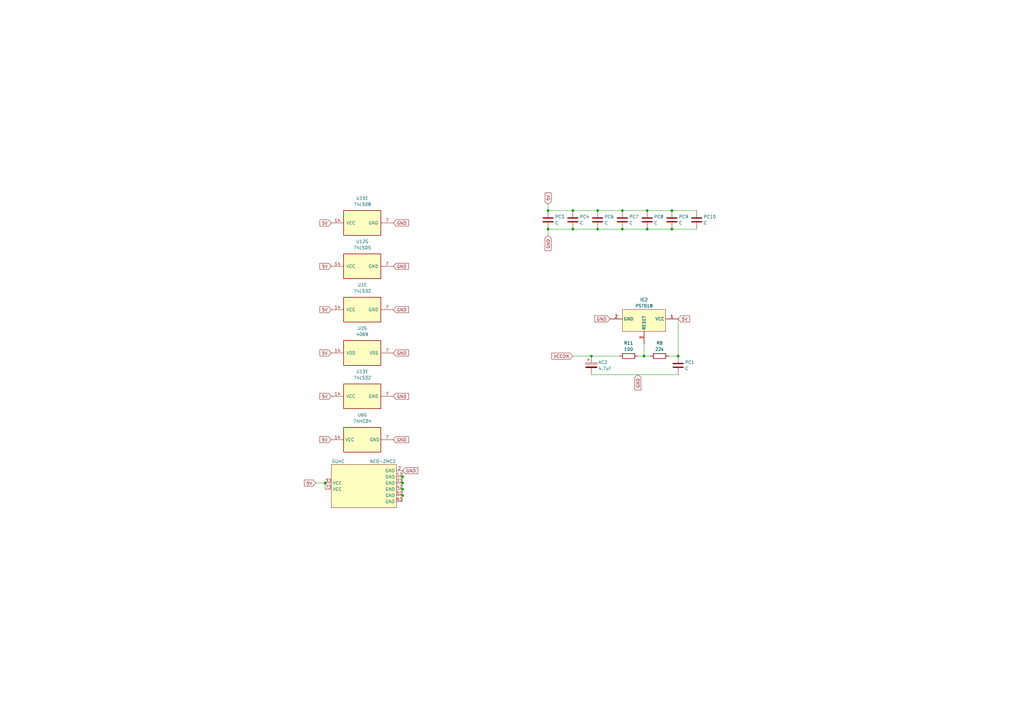
<source format=kicad_sch>
(kicad_sch (version 20250114) (generator "eeschema") (generator_version "9.0")
  (paper "A3")
  (title_block (title "NEO-MVH MV1FZS") (date "2025-10-13") (comment 1 "Not official schematic from SNK") (comment 2 "Use at your own discretion"))
  (lib_symbols
    (symbol "4xxx:4069" (pin_names (offset 1.016))
      (property "Reference" "U" (at 0 1.27 0))
      (property "Value" "4069" (at 0 -1.27 0))
      (symbol "4069_1_0"
        (polyline (pts (xy -3.81 3.81) (xy -3.81 -3.81) (xy 3.81 0) (xy -3.81 3.81)) (stroke (width 0.254)) (fill (type background)))
        (pin input line (at -7.62 0 0) (length 3.81) (name "~") (number "1"))
        (pin output inverted (at 7.62 0 180) (length 3.81) (name "~") (number "2"))
      )
      (symbol "4069_2_0"
        (polyline (pts (xy -3.81 3.81) (xy -3.81 -3.81) (xy 3.81 0) (xy -3.81 3.81)) (stroke (width 0.254)) (fill (type background)))
        (pin input line (at -7.62 0 0) (length 3.81) (name "~") (number "3"))
        (pin output inverted (at 7.62 0 180) (length 3.81) (name "~") (number "4"))
      )
      (symbol "4069_3_0"
        (polyline (pts (xy -3.81 3.81) (xy -3.81 -3.81) (xy 3.81 0) (xy -3.81 3.81)) (stroke (width 0.254)) (fill (type background)))
        (pin input line (at -7.62 0 0) (length 3.81) (name "~") (number "5"))
        (pin output inverted (at 7.62 0 180) (length 3.81) (name "~") (number "6"))
      )
      (symbol "4069_4_0"
        (polyline (pts (xy -3.81 3.81) (xy -3.81 -3.81) (xy 3.81 0) (xy -3.81 3.81)) (stroke (width 0.254)) (fill (type background)))
        (pin input line (at -7.62 0 0) (length 3.81) (name "~") (number "9"))
        (pin output inverted (at 7.62 0 180) (length 3.81) (name "~") (number "8"))
      )
      (symbol "4069_5_0"
        (polyline (pts (xy -3.81 3.81) (xy -3.81 -3.81) (xy 3.81 0) (xy -3.81 3.81)) (stroke (width 0.254)) (fill (type background)))
        (pin input line (at -7.62 0 0) (length 3.81) (name "~") (number "11"))
        (pin output inverted (at 7.62 0 180) (length 3.81) (name "~") (number "10"))
      )
      (symbol "4069_6_0"
        (polyline (pts (xy -3.81 3.81) (xy -3.81 -3.81) (xy 3.81 0) (xy -3.81 3.81)) (stroke (width 0.254)) (fill (type background)))
        (pin input line (at -7.62 0 0) (length 3.81) (name "~") (number "13"))
        (pin output inverted (at 7.62 0 180) (length 3.81) (name "~") (number "12"))
      )
      (symbol "4069_7_0"
        (pin power_in line (at 0 12.7 270) (length 5.08) (name "VDD") (number "14"))
        (pin power_in line (at 0 -12.7 90) (length 5.08) (name "VSS") (number "7"))
      )
      (symbol "4069_7_1"
        (rectangle (start -5.08 7.62) (end 5.08 -7.62) (stroke (width 0.254)) (fill (type background)))
      )
    )
    (symbol "74xx:74HC04"
      (property "Reference" "U" (at 0 1.27 0))
      (property "Value" "74HC04" (at 0 -1.27 0))
      (symbol "74HC04_1_0"
        (polyline (pts (xy -3.81 3.81) (xy -3.81 -3.81) (xy 3.81 0) (xy -3.81 3.81)) (stroke (width 0.254)) (fill (type background)))
        (pin input line (at -7.62 0 0) (length 3.81) (name "~") (number "1"))
        (pin output inverted (at 7.62 0 180) (length 3.81) (name "~") (number "2"))
      )
      (symbol "74HC04_2_0"
        (polyline (pts (xy -3.81 3.81) (xy -3.81 -3.81) (xy 3.81 0) (xy -3.81 3.81)) (stroke (width 0.254)) (fill (type background)))
        (pin input line (at -7.62 0 0) (length 3.81) (name "~") (number "3"))
        (pin output inverted (at 7.62 0 180) (length 3.81) (name "~") (number "4"))
      )
      (symbol "74HC04_3_0"
        (polyline (pts (xy -3.81 3.81) (xy -3.81 -3.81) (xy 3.81 0) (xy -3.81 3.81)) (stroke (width 0.254)) (fill (type background)))
        (pin input line (at -7.62 0 0) (length 3.81) (name "~") (number "5"))
        (pin output inverted (at 7.62 0 180) (length 3.81) (name "~") (number "6"))
      )
      (symbol "74HC04_4_0"
        (polyline (pts (xy -3.81 3.81) (xy -3.81 -3.81) (xy 3.81 0) (xy -3.81 3.81)) (stroke (width 0.254)) (fill (type background)))
        (pin input line (at -7.62 0 0) (length 3.81) (name "~") (number "9"))
        (pin output inverted (at 7.62 0 180) (length 3.81) (name "~") (number "8"))
      )
      (symbol "74HC04_5_0"
        (polyline (pts (xy -3.81 3.81) (xy -3.81 -3.81) (xy 3.81 0) (xy -3.81 3.81)) (stroke (width 0.254)) (fill (type background)))
        (pin input line (at -7.62 0 0) (length 3.81) (name "~") (number "11"))
        (pin output inverted (at 7.62 0 180) (length 3.81) (name "~") (number "10"))
      )
      (symbol "74HC04_6_0"
        (polyline (pts (xy -3.81 3.81) (xy -3.81 -3.81) (xy 3.81 0) (xy -3.81 3.81)) (stroke (width 0.254)) (fill (type background)))
        (pin input line (at -7.62 0 0) (length 3.81) (name "~") (number "13"))
        (pin output inverted (at 7.62 0 180) (length 3.81) (name "~") (number "12"))
      )
      (symbol "74HC04_7_0"
        (pin power_in line (at 0 12.7 270) (length 5.08) (name "VCC") (number "14"))
        (pin power_in line (at 0 -12.7 90) (length 5.08) (name "GND") (number "7"))
      )
      (symbol "74HC04_7_1"
        (rectangle (start -5.08 7.62) (end 5.08 -7.62) (stroke (width 0.254)) (fill (type background)))
      )
    )
    (symbol "74xx:74LS05" (pin_names (offset 1.016))
      (property "Reference" "U" (at 0 1.27 0))
      (property "Value" "74LS05" (at 0 -1.27 0))
      (symbol "74LS05_1_0"
        (polyline (pts (xy -3.81 3.81) (xy -3.81 -3.81) (xy 3.81 0) (xy -3.81 3.81)) (stroke (width 0.254)) (fill (type background)))
        (pin input line (at -7.62 0 0) (length 3.81) (name "~") (number "1"))
        (pin open_collector inverted (at 7.62 0 180) (length 3.81) (name "~") (number "2"))
      )
      (symbol "74LS05_2_0"
        (polyline (pts (xy -3.81 3.81) (xy -3.81 -3.81) (xy 3.81 0) (xy -3.81 3.81)) (stroke (width 0.254)) (fill (type background)))
        (pin input line (at -7.62 0 0) (length 3.81) (name "~") (number "3"))
        (pin open_collector inverted (at 7.62 0 180) (length 3.81) (name "~") (number "4"))
      )
      (symbol "74LS05_3_0"
        (polyline (pts (xy -3.81 3.81) (xy -3.81 -3.81) (xy 3.81 0) (xy -3.81 3.81)) (stroke (width 0.254)) (fill (type background)))
        (pin input line (at -7.62 0 0) (length 3.81) (name "~") (number "5"))
        (pin open_collector inverted (at 7.62 0 180) (length 3.81) (name "~") (number "6"))
      )
      (symbol "74LS05_4_0"
        (polyline (pts (xy -3.81 3.81) (xy -3.81 -3.81) (xy 3.81 0) (xy -3.81 3.81)) (stroke (width 0.254)) (fill (type background)))
        (pin input line (at -7.62 0 0) (length 3.81) (name "~") (number "9"))
        (pin open_collector inverted (at 7.62 0 180) (length 3.81) (name "~") (number "8"))
      )
      (symbol "74LS05_5_0"
        (polyline (pts (xy -3.81 3.81) (xy -3.81 -3.81) (xy 3.81 0) (xy -3.81 3.81)) (stroke (width 0.254)) (fill (type background)))
        (pin input line (at -7.62 0 0) (length 3.81) (name "~") (number "11"))
        (pin open_collector inverted (at 7.62 0 180) (length 3.81) (name "~") (number "10"))
      )
      (symbol "74LS05_6_0"
        (polyline (pts (xy -3.81 3.81) (xy -3.81 -3.81) (xy 3.81 0) (xy -3.81 3.81)) (stroke (width 0.254)) (fill (type background)))
        (pin input line (at -7.62 0 0) (length 3.81) (name "~") (number "13"))
        (pin open_collector inverted (at 7.62 0 180) (length 3.81) (name "~") (number "12"))
      )
      (symbol "74LS05_7_0"
        (pin power_in line (at 0 12.7 270) (length 5.08) (name "VCC") (number "14"))
        (pin power_in line (at 0 -12.7 90) (length 5.08) (name "GND") (number "7"))
      )
      (symbol "74LS05_7_1"
        (rectangle (start -5.08 7.62) (end 5.08 -7.62) (stroke (width 0.254)) (fill (type background)))
      )
    )
    (symbol "74xx:74LS08" (pin_names (offset 1.016))
      (property "Reference" "U" (at 0 1.27 0))
      (property "Value" "74LS08" (at 0 -1.27 0))
      (symbol "74LS08_1_1"
        (arc (start 0 3.81) (mid 3.7934 0) (end 0 -3.81) (stroke (width 0.254)) (fill (type background)))
        (polyline (pts (xy 0 3.81) (xy -3.81 3.81) (xy -3.81 -3.81) (xy 0 -3.81)) (stroke (width 0.254)) (fill (type background)))
        (pin input line (at -7.62 2.54 0) (length 3.81) (name "~") (number "1"))
        (pin input line (at -7.62 -2.54 0) (length 3.81) (name "~") (number "2"))
        (pin output line (at 7.62 0 180) (length 3.81) (name "~") (number "3"))
      )
      (symbol "74LS08_1_2"
        (arc (start -3.81 3.81) (mid -2.589 0) (end -3.81 -3.81) (stroke (width 0.254)))
        (polyline (pts (xy -3.81 3.81) (xy -0.635 3.81)) (stroke (width 0.254)) (fill (type background)))
        (polyline (pts (xy -3.81 -3.81) (xy -0.635 -3.81)) (stroke (width 0.254)) (fill (type background)))
        (arc (start 3.81 0) (mid 2.1855 -2.584) (end -0.6096 -3.81) (stroke (width 0.254)) (fill (type background)))
        (arc (start -0.6096 3.81) (mid 2.1928 2.5924) (end 3.81 0) (stroke (width 0.254)) (fill (type background)))
        (polyline (pts (xy -0.635 3.81) (xy -3.81 3.81) (xy -3.81 3.81) (xy -3.556 3.4036) (xy -3.0226 2.2606) (xy -2.6924 1.0414) (xy -2.6162 -0.254) (xy -2.7686 -1.4986) (xy -3.175 -2.7178) (xy -3.81 -3.81) (xy -3.81 -3.81) (xy -0.635 -3.81)) (stroke (width -25.4)) (fill (type background)))
        (pin input inverted (at -7.62 2.54 0) (length 4.318) (name "~") (number "1"))
        (pin input inverted (at -7.62 -2.54 0) (length 4.318) (name "~") (number "2"))
        (pin output inverted (at 7.62 0 180) (length 3.81) (name "~") (number "3"))
      )
      (symbol "74LS08_2_1"
        (arc (start 0 3.81) (mid 3.7934 0) (end 0 -3.81) (stroke (width 0.254)) (fill (type background)))
        (polyline (pts (xy 0 3.81) (xy -3.81 3.81) (xy -3.81 -3.81) (xy 0 -3.81)) (stroke (width 0.254)) (fill (type background)))
        (pin input line (at -7.62 2.54 0) (length 3.81) (name "~") (number "4"))
        (pin input line (at -7.62 -2.54 0) (length 3.81) (name "~") (number "5"))
        (pin output line (at 7.62 0 180) (length 3.81) (name "~") (number "6"))
      )
      (symbol "74LS08_2_2"
        (arc (start -3.81 3.81) (mid -2.589 0) (end -3.81 -3.81) (stroke (width 0.254)))
        (polyline (pts (xy -3.81 3.81) (xy -0.635 3.81)) (stroke (width 0.254)) (fill (type background)))
        (polyline (pts (xy -3.81 -3.81) (xy -0.635 -3.81)) (stroke (width 0.254)) (fill (type background)))
        (arc (start 3.81 0) (mid 2.1855 -2.584) (end -0.6096 -3.81) (stroke (width 0.254)) (fill (type background)))
        (arc (start -0.6096 3.81) (mid 2.1928 2.5924) (end 3.81 0) (stroke (width 0.254)) (fill (type background)))
        (polyline (pts (xy -0.635 3.81) (xy -3.81 3.81) (xy -3.81 3.81) (xy -3.556 3.4036) (xy -3.0226 2.2606) (xy -2.6924 1.0414) (xy -2.6162 -0.254) (xy -2.7686 -1.4986) (xy -3.175 -2.7178) (xy -3.81 -3.81) (xy -3.81 -3.81) (xy -0.635 -3.81)) (stroke (width -25.4)) (fill (type background)))
        (pin input inverted (at -7.62 2.54 0) (length 4.318) (name "~") (number "4"))
        (pin input inverted (at -7.62 -2.54 0) (length 4.318) (name "~") (number "5"))
        (pin output inverted (at 7.62 0 180) (length 3.81) (name "~") (number "6"))
      )
      (symbol "74LS08_3_1"
        (arc (start 0 3.81) (mid 3.7934 0) (end 0 -3.81) (stroke (width 0.254)) (fill (type background)))
        (polyline (pts (xy 0 3.81) (xy -3.81 3.81) (xy -3.81 -3.81) (xy 0 -3.81)) (stroke (width 0.254)) (fill (type background)))
        (pin input line (at -7.62 2.54 0) (length 3.81) (name "~") (number "9"))
        (pin input line (at -7.62 -2.54 0) (length 3.81) (name "~") (number "10"))
        (pin output line (at 7.62 0 180) (length 3.81) (name "~") (number "8"))
      )
      (symbol "74LS08_3_2"
        (arc (start -3.81 3.81) (mid -2.589 0) (end -3.81 -3.81) (stroke (width 0.254)))
        (polyline (pts (xy -3.81 3.81) (xy -0.635 3.81)) (stroke (width 0.254)) (fill (type background)))
        (polyline (pts (xy -3.81 -3.81) (xy -0.635 -3.81)) (stroke (width 0.254)) (fill (type background)))
        (arc (start 3.81 0) (mid 2.1855 -2.584) (end -0.6096 -3.81) (stroke (width 0.254)) (fill (type background)))
        (arc (start -0.6096 3.81) (mid 2.1928 2.5924) (end 3.81 0) (stroke (width 0.254)) (fill (type background)))
        (polyline (pts (xy -0.635 3.81) (xy -3.81 3.81) (xy -3.81 3.81) (xy -3.556 3.4036) (xy -3.0226 2.2606) (xy -2.6924 1.0414) (xy -2.6162 -0.254) (xy -2.7686 -1.4986) (xy -3.175 -2.7178) (xy -3.81 -3.81) (xy -3.81 -3.81) (xy -0.635 -3.81)) (stroke (width -25.4)) (fill (type background)))
        (pin input inverted (at -7.62 2.54 0) (length 4.318) (name "~") (number "9"))
        (pin input inverted (at -7.62 -2.54 0) (length 4.318) (name "~") (number "10"))
        (pin output inverted (at 7.62 0 180) (length 3.81) (name "~") (number "8"))
      )
      (symbol "74LS08_4_1"
        (arc (start 0 3.81) (mid 3.7934 0) (end 0 -3.81) (stroke (width 0.254)) (fill (type background)))
        (polyline (pts (xy 0 3.81) (xy -3.81 3.81) (xy -3.81 -3.81) (xy 0 -3.81)) (stroke (width 0.254)) (fill (type background)))
        (pin input line (at -7.62 2.54 0) (length 3.81) (name "~") (number "12"))
        (pin input line (at -7.62 -2.54 0) (length 3.81) (name "~") (number "13"))
        (pin output line (at 7.62 0 180) (length 3.81) (name "~") (number "11"))
      )
      (symbol "74LS08_4_2"
        (arc (start -3.81 3.81) (mid -2.589 0) (end -3.81 -3.81) (stroke (width 0.254)))
        (polyline (pts (xy -3.81 3.81) (xy -0.635 3.81)) (stroke (width 0.254)) (fill (type background)))
        (polyline (pts (xy -3.81 -3.81) (xy -0.635 -3.81)) (stroke (width 0.254)) (fill (type background)))
        (arc (start 3.81 0) (mid 2.1855 -2.584) (end -0.6096 -3.81) (stroke (width 0.254)) (fill (type background)))
        (arc (start -0.6096 3.81) (mid 2.1928 2.5924) (end 3.81 0) (stroke (width 0.254)) (fill (type background)))
        (polyline (pts (xy -0.635 3.81) (xy -3.81 3.81) (xy -3.81 3.81) (xy -3.556 3.4036) (xy -3.0226 2.2606) (xy -2.6924 1.0414) (xy -2.6162 -0.254) (xy -2.7686 -1.4986) (xy -3.175 -2.7178) (xy -3.81 -3.81) (xy -3.81 -3.81) (xy -0.635 -3.81)) (stroke (width -25.4)) (fill (type background)))
        (pin input inverted (at -7.62 2.54 0) (length 4.318) (name "~") (number "12"))
        (pin input inverted (at -7.62 -2.54 0) (length 4.318) (name "~") (number "13"))
        (pin output inverted (at 7.62 0 180) (length 3.81) (name "~") (number "11"))
      )
      (symbol "74LS08_5_0"
        (pin power_in line (at 0 12.7 270) (length 5.08) (name "VCC") (number "14"))
        (pin power_in line (at 0 -12.7 90) (length 5.08) (name "GND") (number "7"))
      )
      (symbol "74LS08_5_1"
        (rectangle (start -5.08 7.62) (end 5.08 -7.62) (stroke (width 0.254)) (fill (type background)))
      )
    )
    (symbol "74xx:74LS32" (pin_names (offset 1.016))
      (property "Reference" "U" (at 0 1.27 0))
      (property "Value" "74LS32" (at 0 -1.27 0))
      (symbol "74LS32_1_1"
        (arc (start -3.81 3.81) (mid -2.589 0) (end -3.81 -3.81) (stroke (width 0.254)))
        (polyline (pts (xy -3.81 3.81) (xy -0.635 3.81)) (stroke (width 0.254)) (fill (type background)))
        (polyline (pts (xy -3.81 -3.81) (xy -0.635 -3.81)) (stroke (width 0.254)) (fill (type background)))
        (arc (start 3.81 0) (mid 2.1855 -2.584) (end -0.6096 -3.81) (stroke (width 0.254)) (fill (type background)))
        (arc (start -0.6096 3.81) (mid 2.1928 2.5924) (end 3.81 0) (stroke (width 0.254)) (fill (type background)))
        (polyline (pts (xy -0.635 3.81) (xy -3.81 3.81) (xy -3.81 3.81) (xy -3.556 3.4036) (xy -3.0226 2.2606) (xy -2.6924 1.0414) (xy -2.6162 -0.254) (xy -2.7686 -1.4986) (xy -3.175 -2.7178) (xy -3.81 -3.81) (xy -3.81 -3.81) (xy -0.635 -3.81)) (stroke (width -25.4)) (fill (type background)))
        (pin input line (at -7.62 2.54 0) (length 4.318) (name "~") (number "1"))
        (pin input line (at -7.62 -2.54 0) (length 4.318) (name "~") (number "2"))
        (pin output line (at 7.62 0 180) (length 3.81) (name "~") (number "3"))
      )
      (symbol "74LS32_1_2"
        (arc (start 0 3.81) (mid 3.7934 0) (end 0 -3.81) (stroke (width 0.254)) (fill (type background)))
        (polyline (pts (xy 0 3.81) (xy -3.81 3.81) (xy -3.81 -3.81) (xy 0 -3.81)) (stroke (width 0.254)) (fill (type background)))
        (pin input inverted (at -7.62 2.54 0) (length 3.81) (name "~") (number "1"))
        (pin input inverted (at -7.62 -2.54 0) (length 3.81) (name "~") (number "2"))
        (pin output inverted (at 7.62 0 180) (length 3.81) (name "~") (number "3"))
      )
      (symbol "74LS32_2_1"
        (arc (start -3.81 3.81) (mid -2.589 0) (end -3.81 -3.81) (stroke (width 0.254)))
        (polyline (pts (xy -3.81 3.81) (xy -0.635 3.81)) (stroke (width 0.254)) (fill (type background)))
        (polyline (pts (xy -3.81 -3.81) (xy -0.635 -3.81)) (stroke (width 0.254)) (fill (type background)))
        (arc (start 3.81 0) (mid 2.1855 -2.584) (end -0.6096 -3.81) (stroke (width 0.254)) (fill (type background)))
        (arc (start -0.6096 3.81) (mid 2.1928 2.5924) (end 3.81 0) (stroke (width 0.254)) (fill (type background)))
        (polyline (pts (xy -0.635 3.81) (xy -3.81 3.81) (xy -3.81 3.81) (xy -3.556 3.4036) (xy -3.0226 2.2606) (xy -2.6924 1.0414) (xy -2.6162 -0.254) (xy -2.7686 -1.4986) (xy -3.175 -2.7178) (xy -3.81 -3.81) (xy -3.81 -3.81) (xy -0.635 -3.81)) (stroke (width -25.4)) (fill (type background)))
        (pin input line (at -7.62 2.54 0) (length 4.318) (name "~") (number "4"))
        (pin input line (at -7.62 -2.54 0) (length 4.318) (name "~") (number "5"))
        (pin output line (at 7.62 0 180) (length 3.81) (name "~") (number "6"))
      )
      (symbol "74LS32_2_2"
        (arc (start 0 3.81) (mid 3.7934 0) (end 0 -3.81) (stroke (width 0.254)) (fill (type background)))
        (polyline (pts (xy 0 3.81) (xy -3.81 3.81) (xy -3.81 -3.81) (xy 0 -3.81)) (stroke (width 0.254)) (fill (type background)))
        (pin input inverted (at -7.62 2.54 0) (length 3.81) (name "~") (number "4"))
        (pin input inverted (at -7.62 -2.54 0) (length 3.81) (name "~") (number "5"))
        (pin output inverted (at 7.62 0 180) (length 3.81) (name "~") (number "6"))
      )
      (symbol "74LS32_3_1"
        (arc (start -3.81 3.81) (mid -2.589 0) (end -3.81 -3.81) (stroke (width 0.254)))
        (polyline (pts (xy -3.81 3.81) (xy -0.635 3.81)) (stroke (width 0.254)) (fill (type background)))
        (polyline (pts (xy -3.81 -3.81) (xy -0.635 -3.81)) (stroke (width 0.254)) (fill (type background)))
        (arc (start 3.81 0) (mid 2.1855 -2.584) (end -0.6096 -3.81) (stroke (width 0.254)) (fill (type background)))
        (arc (start -0.6096 3.81) (mid 2.1928 2.5924) (end 3.81 0) (stroke (width 0.254)) (fill (type background)))
        (polyline (pts (xy -0.635 3.81) (xy -3.81 3.81) (xy -3.81 3.81) (xy -3.556 3.4036) (xy -3.0226 2.2606) (xy -2.6924 1.0414) (xy -2.6162 -0.254) (xy -2.7686 -1.4986) (xy -3.175 -2.7178) (xy -3.81 -3.81) (xy -3.81 -3.81) (xy -0.635 -3.81)) (stroke (width -25.4)) (fill (type background)))
        (pin input line (at -7.62 2.54 0) (length 4.318) (name "~") (number "9"))
        (pin input line (at -7.62 -2.54 0) (length 4.318) (name "~") (number "10"))
        (pin output line (at 7.62 0 180) (length 3.81) (name "~") (number "8"))
      )
      (symbol "74LS32_3_2"
        (arc (start 0 3.81) (mid 3.7934 0) (end 0 -3.81) (stroke (width 0.254)) (fill (type background)))
        (polyline (pts (xy 0 3.81) (xy -3.81 3.81) (xy -3.81 -3.81) (xy 0 -3.81)) (stroke (width 0.254)) (fill (type background)))
        (pin input inverted (at -7.62 2.54 0) (length 3.81) (name "~") (number "9"))
        (pin input inverted (at -7.62 -2.54 0) (length 3.81) (name "~") (number "10"))
        (pin output inverted (at 7.62 0 180) (length 3.81) (name "~") (number "8"))
      )
      (symbol "74LS32_4_1"
        (arc (start -3.81 3.81) (mid -2.589 0) (end -3.81 -3.81) (stroke (width 0.254)))
        (polyline (pts (xy -3.81 3.81) (xy -0.635 3.81)) (stroke (width 0.254)) (fill (type background)))
        (polyline (pts (xy -3.81 -3.81) (xy -0.635 -3.81)) (stroke (width 0.254)) (fill (type background)))
        (arc (start 3.81 0) (mid 2.1855 -2.584) (end -0.6096 -3.81) (stroke (width 0.254)) (fill (type background)))
        (arc (start -0.6096 3.81) (mid 2.1928 2.5924) (end 3.81 0) (stroke (width 0.254)) (fill (type background)))
        (polyline (pts (xy -0.635 3.81) (xy -3.81 3.81) (xy -3.81 3.81) (xy -3.556 3.4036) (xy -3.0226 2.2606) (xy -2.6924 1.0414) (xy -2.6162 -0.254) (xy -2.7686 -1.4986) (xy -3.175 -2.7178) (xy -3.81 -3.81) (xy -3.81 -3.81) (xy -0.635 -3.81)) (stroke (width -25.4)) (fill (type background)))
        (pin input line (at -7.62 2.54 0) (length 4.318) (name "~") (number "12"))
        (pin input line (at -7.62 -2.54 0) (length 4.318) (name "~") (number "13"))
        (pin output line (at 7.62 0 180) (length 3.81) (name "~") (number "11"))
      )
      (symbol "74LS32_4_2"
        (arc (start 0 3.81) (mid 3.7934 0) (end 0 -3.81) (stroke (width 0.254)) (fill (type background)))
        (polyline (pts (xy 0 3.81) (xy -3.81 3.81) (xy -3.81 -3.81) (xy 0 -3.81)) (stroke (width 0.254)) (fill (type background)))
        (pin input inverted (at -7.62 2.54 0) (length 3.81) (name "~") (number "12"))
        (pin input inverted (at -7.62 -2.54 0) (length 3.81) (name "~") (number "13"))
        (pin output inverted (at 7.62 0 180) (length 3.81) (name "~") (number "11"))
      )
      (symbol "74LS32_5_0"
        (pin power_in line (at 0 12.7 270) (length 5.08) (name "VCC") (number "14"))
        (pin power_in line (at 0 -12.7 90) (length 5.08) (name "GND") (number "7"))
      )
      (symbol "74LS32_5_1"
        (rectangle (start -5.08 7.62) (end 5.08 -7.62) (stroke (width 0.254)) (fill (type background)))
      )
    )
    (symbol "Device:C" (pin_numbers (hide yes)) (pin_names (offset 0.254))
      (property "Reference" "C" (at 0.635 2.54 0))
      (property "Value" "C" (at 0.635 -2.54 0))
      (symbol "C_0_1"
        (polyline (pts (xy -2.032 0.762) (xy 2.032 0.762)) (stroke (width 0.508)))
        (polyline (pts (xy -2.032 -0.762) (xy 2.032 -0.762)) (stroke (width 0.508)))
      )
      (symbol "C_1_1"
        (pin passive line (at 0 3.81 270) (length 2.794) (name "~") (number "1"))
        (pin passive line (at 0 -3.81 90) (length 2.794) (name "~") (number "2"))
      )
    )
    (symbol "Device:C_Polarized" (pin_numbers (hide yes)) (pin_names (offset 0.254))
      (property "Reference" "C" (at 0.635 2.54 0))
      (property "Value" "C_Polarized" (at 0.635 -2.54 0))
      (symbol "C_Polarized_0_1"
        (rectangle (start -2.286 0.508) (end 2.286 1.016))
        (polyline (pts (xy -1.778 2.286) (xy -0.762 2.286)))
        (polyline (pts (xy -1.27 2.794) (xy -1.27 1.778)))
        (rectangle (start 2.286 -0.508) (end -2.286 -1.016) (fill (type outline)))
      )
      (symbol "C_Polarized_1_1"
        (pin passive line (at 0 3.81 270) (length 2.794) (name "~") (number "1"))
        (pin passive line (at 0 -3.81 90) (length 2.794) (name "~") (number "2"))
      )
    )
    (symbol "Device:R" (pin_numbers (hide yes)) (pin_names (offset 0))
      (property "Reference" "R" (at 2.032 0 90))
      (property "Value" "R" (at 0 0 90))
      (symbol "R_0_1"
        (rectangle (start -1.016 -2.54) (end 1.016 2.54) (stroke (width 0.254)))
      )
      (symbol "R_1_1"
        (pin passive line (at 0 3.81 270) (length 1.27) (name "~") (number "1"))
        (pin passive line (at 0 -3.81 90) (length 1.27) (name "~") (number "2"))
      )
    )
    (symbol "Neo Geo:NEO-ZMC2"
      (property "Reference" "U" (at -0.127 -0.254 0))
      (property "Value" "NEO-ZMC2" (at -0.127 -2.794 0))
      (symbol "NEO-ZMC2_1_1"
        (rectangle (start -10.16 15.24) (end 10.16 -15.24) (fill (type background)))
        (pin input line (at -12.7 12.7 0) (length 2.54) (name "SDRD0") (number "76"))
        (pin input line (at -12.7 10.16 0) (length 2.54) (name "SDA0") (number "74"))
        (pin input line (at -12.7 7.62 0) (length 2.54) (name "SDA1") (number "75"))
        (pin input line (at -12.7 5.08 0) (length 2.54) (name "SDA8") (number "65"))
        (pin input line (at -12.7 2.54 0) (length 2.54) (name "SDA9") (number "66"))
        (pin input line (at -12.7 0 0) (length 2.54) (name "SDA10") (number "67"))
        (pin input line (at -12.7 -2.54 0) (length 2.54) (name "SDA11") (number "68"))
        (pin input line (at -12.7 -5.08 0) (length 2.54) (name "SDA12") (number "69"))
        (pin input line (at -12.7 -7.62 0) (length 2.54) (name "SDA13") (number "70"))
        (pin input line (at -12.7 -10.16 0) (length 2.54) (name "SDA14") (number "71"))
        (pin input line (at -12.7 -12.7 0) (length 2.54) (name "SDA15") (number "72"))
        (pin output line (at 12.7 12.7 180) (length 2.54) (name "MA11") (number "53"))
        (pin output line (at 12.7 10.16 180) (length 2.54) (name "MA12") (number "54"))
        (pin output line (at 12.7 7.62 180) (length 2.54) (name "MA13") (number "55"))
        (pin output line (at 12.7 5.08 180) (length 2.54) (name "MA14") (number "56"))
        (pin output line (at 12.7 2.54 180) (length 2.54) (name "MA15") (number "57"))
        (pin output line (at 12.7 0 180) (length 2.54) (name "MA16") (number "58"))
        (pin output line (at 12.7 -2.54 180) (length 2.54) (name "MA17") (number "59"))
        (pin output line (at 12.7 -5.08 180) (length 2.54) (name "MA18") (number "60"))
        (pin output line (at 12.7 -7.62 180) (length 2.54) (name "MA19") (number "61"))
        (pin output line (at 12.7 -10.16 180) (length 2.54) (name "MA20") (number "62"))
        (pin output line (at 12.7 -12.7 180) (length 2.54) (name "MA21") (number "64"))
      )
      (symbol "NEO-ZMC2_2_1"
        (rectangle (start -13.97 40.64) (end 12.7 -43.18) (fill (type background)))
        (pin input line (at -16.51 38.1 0) (length 2.54) (name "C0") (number "15"))
        (pin input line (at -16.51 35.56 0) (length 2.54) (name "C1") (number "19"))
        (pin input line (at -16.51 33.02 0) (length 2.54) (name "C2") (number "16"))
        (pin input line (at -16.51 30.48 0) (length 2.54) (name "C3") (number "20"))
        (pin input line (at -16.51 27.94 0) (length 2.54) (name "C4") (number "17"))
        (pin input line (at -16.51 25.4 0) (length 2.54) (name "C5") (number "21"))
        (pin input line (at -16.51 22.86 0) (length 2.54) (name "C6") (number "18"))
        (pin input line (at -16.51 20.32 0) (length 2.54) (name "C7") (number "22"))
        (pin input line (at -16.51 17.78 0) (length 2.54) (name "C8") (number "24"))
        (pin input line (at -16.51 15.24 0) (length 2.54) (name "C9") (number "28"))
        (pin input line (at -16.51 12.7 0) (length 2.54) (name "C10") (number "25"))
        (pin input line (at -16.51 10.16 0) (length 2.54) (name "C11") (number "29"))
        (pin input line (at -16.51 7.62 0) (length 2.54) (name "C12") (number "26"))
        (pin input line (at -16.51 5.08 0) (length 2.54) (name "C13") (number "30"))
        (pin input line (at -16.51 2.54 0) (length 2.54) (name "C14") (number "27"))
        (pin input line (at -16.51 0 0) (length 2.54) (name "C15") (number "31"))
        (pin input line (at -16.51 -2.54 0) (length 2.54) (name "C16") (number "32"))
        (pin input line (at -16.51 -5.08 0) (length 2.54) (name "C17") (number "37"))
        (pin input line (at -16.51 -7.62 0) (length 2.54) (name "C18") (number "34"))
        (pin input line (at -16.51 -10.16 0) (length 2.54) (name "C19") (number "38"))
        (pin input line (at -16.51 -12.7 0) (length 2.54) (name "C20") (number "35"))
        (pin input line (at -16.51 -15.24 0) (length 2.54) (name "C21") (number "39"))
        (pin input line (at -16.51 -17.78 0) (length 2.54) (name "C22") (number "36"))
        (pin input line (at -16.51 -20.32 0) (length 2.54) (name "C23") (number "40"))
        (pin input line (at -16.51 -22.86 0) (length 2.54) (name "C24") (number "41"))
        (pin input line (at -16.51 -25.4 0) (length 2.54) (name "C25") (number "46"))
        (pin input line (at -16.51 -27.94 0) (length 2.54) (name "C26") (number "43"))
        (pin input line (at -16.51 -30.48 0) (length 2.54) (name "C27") (number "47"))
        (pin input line (at -16.51 -33.02 0) (length 2.54) (name "C28") (number "44"))
        (pin input line (at -16.51 -35.56 0) (length 2.54) (name "C29") (number "48"))
        (pin input line (at -16.51 -38.1 0) (length 2.54) (name "C30") (number "45"))
        (pin input line (at -16.51 -40.64 0) (length 2.54) (name "C31") (number "49"))
        (pin output line (at 15.24 36.83 180) (length 2.54) (name "GAD0") (number "79"))
        (pin output line (at 15.24 34.29 180) (length 2.54) (name "GAD1") (number "80"))
        (pin output line (at 15.24 31.75 180) (length 2.54) (name "GAD2") (number "1"))
        (pin output line (at 15.24 29.21 180) (length 2.54) (name "GAD3") (number "3"))
        (pin output line (at 15.24 24.13 180) (length 2.54) (name "GBD0") (number "10"))
        (pin output line (at 15.24 21.59 180) (length 2.54) (name "GBD1") (number "11"))
        (pin output line (at 15.24 19.05 180) (length 2.54) (name "GBD2") (number "13"))
        (pin output line (at 15.24 16.51 180) (length 2.54) (name "GBD3") (number "14"))
        (pin output line (at 15.24 11.43 180) (length 2.54) (name "DOTA") (number "4"))
        (pin output line (at 15.24 8.89 180) (length 2.54) (name "DOTB") (number "9"))
        (pin input line (at 15.24 -13.97 180) (length 2.54) (name "LOAD") (number "5"))
        (pin input line (at 15.24 -16.51 180) (length 2.54) (name "EVEN") (number "6"))
        (pin input line (at 15.24 -19.05 180) (length 2.54) (name "H") (number "7"))
        (pin input line (at 15.24 -21.59 180) (length 2.54) (name "12M") (number "50"))
        (pin input line (at 15.24 -24.13 180) (length 2.54) (name "CS") (number "77"))
        (pin input line (at 15.24 -26.67 180) (length 2.54) (name "CSDOT") (number "78"))
      )
      (symbol "NEO-ZMC2_3_1"
        (rectangle (start -12.7 8.89) (end 13.97 -8.89) (fill (type background)))
        (pin power_in line (at -15.24 1.27 0) (length 2.54) (name "VCC") (number "33"))
        (pin power_in line (at -15.24 -1.27 0) (length 2.54) (name "VCC") (number "73"))
        (pin power_in line (at 16.51 6.35 180) (length 2.54) (name "GND") (number "2"))
        (pin power_in line (at 16.51 3.81 180) (length 2.54) (name "GND") (number "12"))
        (pin power_in line (at 16.51 1.27 180) (length 2.54) (name "GND") (number "23"))
        (pin power_in line (at 16.51 -1.27 180) (length 2.54) (name "GND") (number "42"))
        (pin power_in line (at 16.51 -3.81 180) (length 2.54) (name "GND") (number "52"))
        (pin power_in line (at 16.51 -6.35 180) (length 2.54) (name "GND") (number "63"))
      )
    )
    (symbol "Neo Geo:PST518"
      (property "Reference" "IC" (at -7.874 6.35 0))
      (property "Value" "PST518" (at -5.588 -5.08 0))
      (symbol "PST518_1_1"
        (rectangle (start -8.89 5.08) (end 8.89 -3.81) (fill (type background)))
        (pin power_in line (at -13.97 0 0) (length 5.08) (name "VCC") (number "1"))
        (pin bidirectional line (at 0 10.16 270) (length 5.08) (name "RESET") (number "3"))
        (pin power_in line (at 13.97 0 180) (length 5.08) (name "GND") (number "2"))
      )
    )
  )
  (junction (at 245.11 93.98))
  (junction (at 165.1 203.2))
  (junction (at 165.1 200.66))
  (junction (at 224.79 86.36))
  (junction (at 255.27 93.98))
  (junction (at 278.13 146.05))
  (junction (at 165.1 198.12))
  (junction (at 265.43 86.36))
  (junction (at 242.57 146.05))
  (junction (at 275.59 86.36))
  (junction (at 133.35 198.12))
  (junction (at 264.16 146.05))
  (junction (at 224.79 93.98))
  (junction (at 234.95 93.98))
  (junction (at 255.27 86.36))
  (junction (at 265.43 93.98))
  (junction (at 275.59 93.98))
  (junction (at 245.11 86.36))
  (junction (at 165.1 195.58))
  (junction (at 234.95 86.36))
  (wire (pts (xy 165.1 200.66) (xy 165.1 203.2)))
  (wire (pts (xy 261.62 146.05) (xy 264.16 146.05)))
  (wire (pts (xy 234.95 93.98) (xy 245.11 93.98)))
  (wire (pts (xy 274.32 146.05) (xy 278.13 146.05)))
  (wire (pts (xy 265.43 86.36) (xy 275.59 86.36)))
  (wire (pts (xy 224.79 93.98) (xy 234.95 93.98)))
  (wire (pts (xy 245.11 93.98) (xy 255.27 93.98)))
  (wire (pts (xy 255.27 93.98) (xy 265.43 93.98)))
  (wire (pts (xy 224.79 83.82) (xy 224.79 86.36)))
  (wire (pts (xy 224.79 93.98) (xy 224.79 96.52)))
  (wire (pts (xy 275.59 86.36) (xy 285.75 86.36)))
  (wire (pts (xy 165.1 193.04) (xy 165.1 195.58)))
  (wire (pts (xy 264.16 146.05) (xy 266.7 146.05)))
  (wire (pts (xy 165.1 195.58) (xy 165.1 198.12)))
  (wire (pts (xy 165.1 198.12) (xy 165.1 200.66)))
  (wire (pts (xy 278.13 130.81) (xy 278.13 146.05)))
  (wire (pts (xy 129.54 198.12) (xy 133.35 198.12)))
  (wire (pts (xy 133.35 198.12) (xy 133.35 200.66)))
  (wire (pts (xy 264.16 140.97) (xy 264.16 146.05)))
  (wire (pts (xy 242.57 153.67) (xy 278.13 153.67)))
  (wire (pts (xy 255.27 86.36) (xy 265.43 86.36)))
  (wire (pts (xy 275.59 93.98) (xy 285.75 93.98)))
  (wire (pts (xy 245.11 86.36) (xy 255.27 86.36)))
  (wire (pts (xy 234.95 86.36) (xy 245.11 86.36)))
  (wire (pts (xy 224.79 86.36) (xy 234.95 86.36)))
  (wire (pts (xy 242.57 146.05) (xy 254 146.05)))
  (wire (pts (xy 265.43 93.98) (xy 275.59 93.98)))
  (wire (pts (xy 165.1 203.2) (xy 165.1 205.74)))
  (wire (pts (xy 234.95 146.05) (xy 242.57 146.05)))
  (global_label "GND" (shape input) (at 161.29 144.78 0) (property "Intersheetrefs" "${INTERSHEET_REFS}" (effects (hide yes))))
  (global_label "GND" (shape input) (at 161.29 180.34 0) (property "Intersheetrefs" "${INTERSHEET_REFS}" (effects (hide yes))))
  (global_label "GND" (shape input) (at 161.29 162.56 0) (property "Intersheetrefs" "${INTERSHEET_REFS}" (effects (hide yes))))
  (global_label "VCCON" (shape input) (at 234.95 146.05 180) (property "Intersheetrefs" "${INTERSHEET_REFS}" (effects (hide yes))))
  (global_label "5V" (shape input) (at 224.79 83.82 90) (property "Intersheetrefs" "${INTERSHEET_REFS}" (effects (hide yes))))
  (global_label "GND" (shape input) (at 161.29 91.44 0) (property "Intersheetrefs" "${INTERSHEET_REFS}" (effects (hide yes))))
  (global_label "GND" (shape input) (at 165.1 193.04 0) (property "Intersheetrefs" "${INTERSHEET_REFS}" (effects (hide yes))))
  (global_label "GND" (shape input) (at 250.19 130.81 180) (property "Intersheetrefs" "${INTERSHEET_REFS}" (effects (hide yes))))
  (global_label "5V" (shape input) (at 135.89 127 180) (property "Intersheetrefs" "${INTERSHEET_REFS}" (effects (hide yes))))
  (global_label "GND" (shape input) (at 261.62 153.67 270) (property "Intersheetrefs" "${INTERSHEET_REFS}" (effects (hide yes))))
  (global_label "5V" (shape input) (at 135.89 180.34 180) (property "Intersheetrefs" "${INTERSHEET_REFS}" (effects (hide yes))))
  (global_label "5V" (shape input) (at 135.89 162.56 180) (property "Intersheetrefs" "${INTERSHEET_REFS}" (effects (hide yes))))
  (global_label "5V" (shape input) (at 135.89 144.78 180) (property "Intersheetrefs" "${INTERSHEET_REFS}" (effects (hide yes))))
  (global_label "5V" (shape input) (at 278.13 130.81 0) (property "Intersheetrefs" "${INTERSHEET_REFS}" (effects (hide yes))))
  (global_label "GND" (shape input) (at 161.29 109.22 0) (property "Intersheetrefs" "${INTERSHEET_REFS}" (effects (hide yes))))
  (global_label "GND" (shape input) (at 161.29 127 0) (property "Intersheetrefs" "${INTERSHEET_REFS}" (effects (hide yes))))
  (global_label "5V" (shape input) (at 129.54 198.12 180) (property "Intersheetrefs" "${INTERSHEET_REFS}" (effects (hide yes))))
  (global_label "5V" (shape input) (at 135.89 91.44 180) (property "Intersheetrefs" "${INTERSHEET_REFS}" (effects (hide yes))))
  (global_label "5V" (shape input) (at 135.89 109.22 180) (property "Intersheetrefs" "${INTERSHEET_REFS}" (effects (hide yes))))
  (global_label "GND" (shape input) (at 224.79 96.52 270) (property "Intersheetrefs" "${INTERSHEET_REFS}" (effects (hide yes))))
  (symbol (lib_id "Device:C") (at 275.59 90.17 0) (unit 1)
    (property "Reference" "PC9" (at 278.384 88.9 0) (effects (justify left)))
    (property "Value" "C" (at 278.384 91.44 0) (effects (justify left)))
    (property "Description" "Unpolarized capacitor" (effects (hide yes)))
  )
  (symbol (lib_id "74xx:74LS05") (at 148.59 109.22 90) (unit 7)
    (property "Reference" "U12" (at 148.59 99.06 90))
    (property "Value" "74LS05" (at 148.59 101.6 90))
    (property "Datasheet" "http://www.ti.com/lit/gpn/sn74LS05" (effects (hide yes)))
    (property "Description" "Inverter Open Collect" (effects (hide yes)))
  )
  (symbol (lib_id "74xx:74LS08") (at 148.59 91.44 90) (unit 5)
    (property "Reference" "U15" (at 148.59 81.28 90))
    (property "Value" "74LS08" (at 148.59 83.82 90))
    (property "Datasheet" "http://www.ti.com/lit/gpn/sn74LS08" (effects (hide yes)))
    (property "Description" "Quad And2" (effects (hide yes)))
  )
  (symbol (lib_id "Neo Geo:PST518") (at 264.16 130.81 180) (unit 1)
    (property "Reference" "IC2" (at 264.16 122.936 0))
    (property "Value" "PST518" (at 264.16 125.476 0))
    (property "Description" "Mitsumi PST518 (voltage detector / reset IC)" (effects (hide yes)))
  )
  (symbol (lib_id "74xx:74HC04") (at 148.59 180.34 90) (unit 7)
    (property "Reference" "U6" (at 148.59 170.18 90))
    (property "Value" "74HC04" (at 148.59 172.72 90))
    (property "Datasheet" "https://assets.nexperia.com/documents/data-sheet/74HC_HCT04.pdf" (effects (hide yes)))
    (property "Description" "Hex Inverter" (effects (hide yes)))
  )
  (symbol (lib_id "Device:C") (at 265.43 90.17 0) (unit 1)
    (property "Reference" "PC8" (at 268.224 88.9 0) (effects (justify left)))
    (property "Value" "C" (at 268.224 91.44 0) (effects (justify left)))
    (property "Description" "Unpolarized capacitor" (effects (hide yes)))
  )
  (symbol (lib_id "Device:C") (at 224.79 90.17 0) (unit 1)
    (property "Reference" "PC3" (at 227.584 88.9 0) (effects (justify left)))
    (property "Value" "C" (at 227.584 91.44 0) (effects (justify left)))
    (property "Description" "Unpolarized capacitor" (effects (hide yes)))
  )
  (symbol (lib_id "Device:R") (at 257.81 146.05 90) (unit 1)
    (property "Reference" "R11" (at 257.81 140.716 90))
    (property "Value" "100" (at 257.81 143.256 90))
    (property "Description" "Resistor" (effects (hide yes)))
  )
  (symbol (lib_id "Device:C") (at 278.13 149.86 0) (unit 1)
    (property "Reference" "PC1" (at 280.924 148.59 0) (effects (justify left)))
    (property "Value" "C" (at 280.924 151.13 0) (effects (justify left)))
    (property "Description" "Unpolarized capacitor" (effects (hide yes)))
  )
  (symbol (lib_id "4xxx:4069") (at 148.59 144.78 90) (mirror x) (unit 7)
    (property "Reference" "U2" (at 148.59 134.62 90))
    (property "Value" "4069" (at 148.59 137.16 90))
    (property "Datasheet" "http://www.intersil.com/content/dam/Intersil/documents/cd40/cd4069ubms.pdf" (effects (hide yes)))
    (property "Description" "Hex inverter" (effects (hide yes)))
  )
  (symbol (lib_id "Neo Geo:NEO-ZMC2") (at 148.59 199.39 0) (unit 3)
    (property "Reference" "GU4" (at 138.684 189.23 0))
    (property "Value" "NEO-ZMC2" (at 156.972 189.23 0))
    (property "Description" "NEO-ZMC combined with PRO-CT0" (effects (hide yes)))
  )
  (symbol (lib_id "Device:C_Polarized") (at 242.57 149.86 0) (unit 1)
    (property "Reference" "AC2" (at 245.364 148.59 0) (effects (justify left)))
    (property "Value" "4.7uF" (at 245.364 151.13 0) (effects (justify left)))
    (property "Description" "Polarized capacitor" (effects (hide yes)))
  )
  (symbol (lib_id "Device:C") (at 245.11 90.17 0) (unit 1)
    (property "Reference" "PC6" (at 247.904 88.9 0) (effects (justify left)))
    (property "Value" "C" (at 247.904 91.44 0) (effects (justify left)))
    (property "Description" "Unpolarized capacitor" (effects (hide yes)))
  )
  (symbol (lib_id "74xx:74LS32") (at 148.59 127 90) (unit 5)
    (property "Reference" "U1" (at 148.59 116.84 90))
    (property "Value" "74LS32" (at 148.59 119.38 90))
    (property "Datasheet" "http://www.ti.com/lit/gpn/sn74LS32" (effects (hide yes)))
    (property "Description" "Quad 2-input OR" (effects (hide yes)))
  )
  (symbol (lib_id "Device:C") (at 255.27 90.17 0) (unit 1)
    (property "Reference" "PC7" (at 258.064 88.9 0) (effects (justify left)))
    (property "Value" "C" (at 258.064 91.44 0) (effects (justify left)))
    (property "Description" "Unpolarized capacitor" (effects (hide yes)))
  )
  (symbol (lib_id "Device:C") (at 234.95 90.17 0) (unit 1)
    (property "Reference" "PC4" (at 237.744 88.9 0) (effects (justify left)))
    (property "Value" "C" (at 237.744 91.44 0) (effects (justify left)))
    (property "Description" "Unpolarized capacitor" (effects (hide yes)))
  )
  (symbol (lib_id "74xx:74LS32") (at 148.59 162.56 90) (unit 5)
    (property "Reference" "U13" (at 148.59 152.4 90))
    (property "Value" "74LS32" (at 148.59 154.94 90))
    (property "Datasheet" "http://www.ti.com/lit/gpn/sn74LS32" (effects (hide yes)))
    (property "Description" "Quad 2-input OR" (effects (hide yes)))
  )
  (symbol (lib_id "Device:R") (at 270.51 146.05 90) (unit 1)
    (property "Reference" "R8" (at 270.51 140.716 90))
    (property "Value" "22k" (at 270.51 143.256 90))
    (property "Description" "Resistor" (effects (hide yes)))
  )
  (symbol (lib_id "Device:C") (at 285.75 90.17 0) (unit 1)
    (property "Reference" "PC10" (at 288.544 88.9 0) (effects (justify left)))
    (property "Value" "C" (at 288.544 91.44 0) (effects (justify left)))
    (property "Description" "Unpolarized capacitor" (effects (hide yes)))
  )
)
</source>
